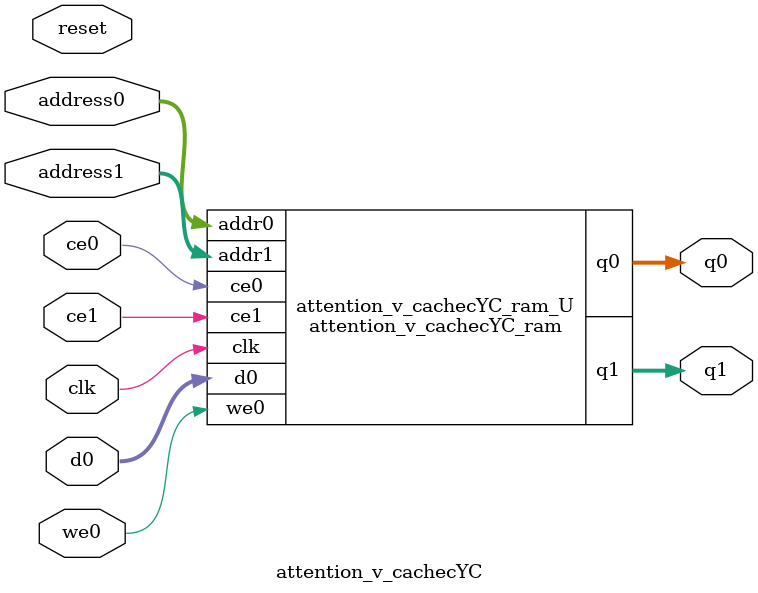
<source format=v>
`timescale 1 ns / 1 ps
module attention_v_cachecYC_ram (addr0, ce0, d0, we0, q0, addr1, ce1, q1,  clk);

parameter DWIDTH = 38;
parameter AWIDTH = 12;
parameter MEM_SIZE = 2304;

input[AWIDTH-1:0] addr0;
input ce0;
input[DWIDTH-1:0] d0;
input we0;
output reg[DWIDTH-1:0] q0;
input[AWIDTH-1:0] addr1;
input ce1;
output reg[DWIDTH-1:0] q1;
input clk;

(* ram_style = "block" *)reg [DWIDTH-1:0] ram[0:MEM_SIZE-1];




always @(posedge clk)  
begin 
    if (ce0) begin
        if (we0) 
            ram[addr0] <= d0; 
        q0 <= ram[addr0];
    end
end


always @(posedge clk)  
begin 
    if (ce1) begin
        q1 <= ram[addr1];
    end
end


endmodule

`timescale 1 ns / 1 ps
module attention_v_cachecYC(
    reset,
    clk,
    address0,
    ce0,
    we0,
    d0,
    q0,
    address1,
    ce1,
    q1);

parameter DataWidth = 32'd38;
parameter AddressRange = 32'd2304;
parameter AddressWidth = 32'd12;
input reset;
input clk;
input[AddressWidth - 1:0] address0;
input ce0;
input we0;
input[DataWidth - 1:0] d0;
output[DataWidth - 1:0] q0;
input[AddressWidth - 1:0] address1;
input ce1;
output[DataWidth - 1:0] q1;



attention_v_cachecYC_ram attention_v_cachecYC_ram_U(
    .clk( clk ),
    .addr0( address0 ),
    .ce0( ce0 ),
    .we0( we0 ),
    .d0( d0 ),
    .q0( q0 ),
    .addr1( address1 ),
    .ce1( ce1 ),
    .q1( q1 ));

endmodule


</source>
